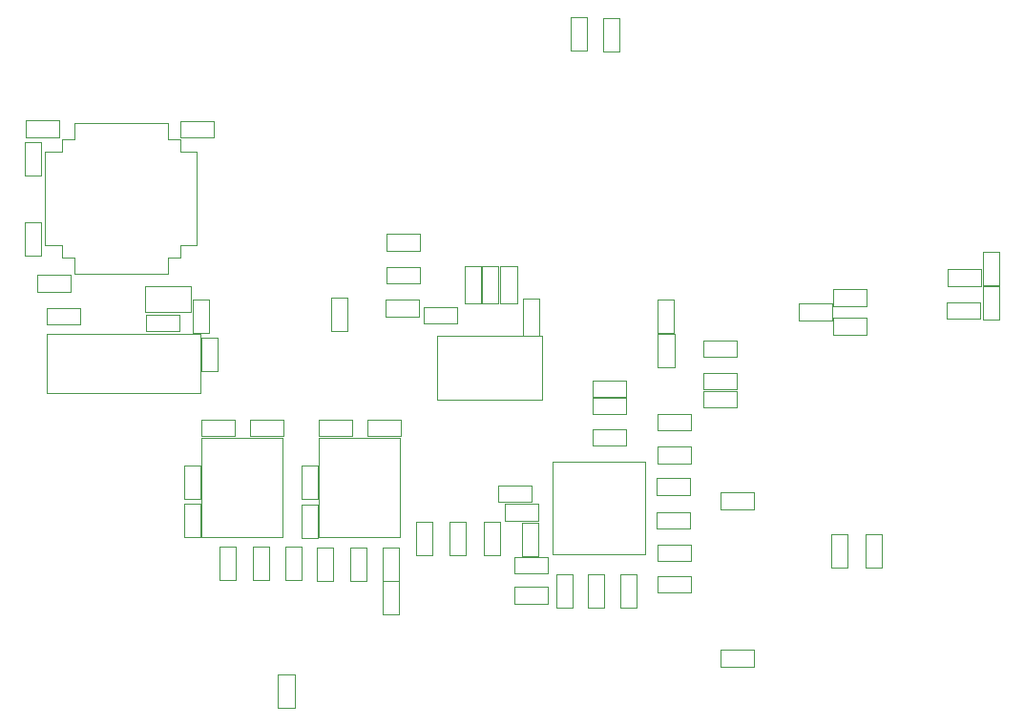
<source format=gbr>
G04 #@! TF.GenerationSoftware,KiCad,Pcbnew,(5.1.5)-3*
G04 #@! TF.CreationDate,2020-05-25T11:19:48-05:00*
G04 #@! TF.ProjectId,Delta_Robot,44656c74-615f-4526-9f62-6f742e6b6963,rev?*
G04 #@! TF.SameCoordinates,Original*
G04 #@! TF.FileFunction,Other,User*
%FSLAX46Y46*%
G04 Gerber Fmt 4.6, Leading zero omitted, Abs format (unit mm)*
G04 Created by KiCad (PCBNEW (5.1.5)-3) date 2020-05-25 11:19:48*
%MOMM*%
%LPD*%
G04 APERTURE LIST*
%ADD10C,0.050000*%
G04 APERTURE END LIST*
D10*
X141556000Y-92771000D02*
X141556000Y-98491000D01*
X141556000Y-98491000D02*
X132256000Y-98491000D01*
X132256000Y-98491000D02*
X132256000Y-92771000D01*
X132256000Y-92771000D02*
X141556000Y-92771000D01*
X110869999Y-80621999D02*
X110869999Y-84771999D01*
X110869999Y-84771999D02*
X109419999Y-84771999D01*
X109419999Y-84771999D02*
X109419999Y-85871999D01*
X109419999Y-85871999D02*
X108319999Y-85871999D01*
X108319999Y-85871999D02*
X108319999Y-87321999D01*
X108319999Y-87321999D02*
X104169999Y-87321999D01*
X110869999Y-80621999D02*
X110869999Y-76471999D01*
X110869999Y-76471999D02*
X109419999Y-76471999D01*
X109419999Y-76471999D02*
X109419999Y-75371999D01*
X109419999Y-75371999D02*
X108319999Y-75371999D01*
X108319999Y-75371999D02*
X108319999Y-73921999D01*
X108319999Y-73921999D02*
X104169999Y-73921999D01*
X97469999Y-80621999D02*
X97469999Y-84771999D01*
X97469999Y-84771999D02*
X98919999Y-84771999D01*
X98919999Y-84771999D02*
X98919999Y-85871999D01*
X98919999Y-85871999D02*
X100019999Y-85871999D01*
X100019999Y-85871999D02*
X100019999Y-87321999D01*
X100019999Y-87321999D02*
X104169999Y-87321999D01*
X97469999Y-80621999D02*
X97469999Y-76471999D01*
X97469999Y-76471999D02*
X98919999Y-76471999D01*
X98919999Y-76471999D02*
X98919999Y-75371999D01*
X98919999Y-75371999D02*
X100019999Y-75371999D01*
X100019999Y-75371999D02*
X100019999Y-73921999D01*
X100019999Y-73921999D02*
X104169999Y-73921999D01*
X118535000Y-101899000D02*
X118535000Y-110699000D01*
X111335000Y-101899000D02*
X118535000Y-101899000D01*
X111335000Y-110699000D02*
X111335000Y-101899000D01*
X118535000Y-110699000D02*
X111335000Y-110699000D01*
X128949000Y-101899000D02*
X128949000Y-110699000D01*
X121749000Y-101899000D02*
X128949000Y-101899000D01*
X121749000Y-110699000D02*
X121749000Y-101899000D01*
X128949000Y-110699000D02*
X121749000Y-110699000D01*
X137686800Y-86640400D02*
X136226800Y-86640400D01*
X136226800Y-86640400D02*
X136226800Y-89940400D01*
X136226800Y-89940400D02*
X137686800Y-89940400D01*
X137686800Y-89940400D02*
X137686800Y-86640400D01*
X139808200Y-89459800D02*
X139808200Y-92759800D01*
X141268200Y-89459800D02*
X139808200Y-89459800D01*
X141268200Y-92759800D02*
X141268200Y-89459800D01*
X139808200Y-92759800D02*
X141268200Y-92759800D01*
X139312400Y-86640400D02*
X137852400Y-86640400D01*
X137852400Y-86640400D02*
X137852400Y-89940400D01*
X137852400Y-89940400D02*
X139312400Y-89940400D01*
X139312400Y-89940400D02*
X139312400Y-86640400D01*
X136112000Y-89915000D02*
X136112000Y-86615000D01*
X134652000Y-89915000D02*
X136112000Y-89915000D01*
X134652000Y-86615000D02*
X134652000Y-89915000D01*
X136112000Y-86615000D02*
X134652000Y-86615000D01*
X142448000Y-103967000D02*
X142448000Y-112187000D01*
X150668000Y-103967000D02*
X142448000Y-103967000D01*
X150668000Y-112187000D02*
X150668000Y-103967000D01*
X142448000Y-112187000D02*
X150668000Y-112187000D01*
X109760000Y-107245500D02*
X111220000Y-107245500D01*
X111220000Y-107245500D02*
X111220000Y-104285500D01*
X111220000Y-104285500D02*
X109760000Y-104285500D01*
X109760000Y-104285500D02*
X109760000Y-107245500D01*
X120174000Y-107245500D02*
X121634000Y-107245500D01*
X121634000Y-107245500D02*
X121634000Y-104285500D01*
X121634000Y-104285500D02*
X120174000Y-104285500D01*
X120174000Y-104285500D02*
X120174000Y-107245500D01*
X111296000Y-101695000D02*
X114256000Y-101695000D01*
X111296000Y-100235000D02*
X111296000Y-101695000D01*
X114256000Y-100235000D02*
X111296000Y-100235000D01*
X114256000Y-101695000D02*
X114256000Y-100235000D01*
X126028000Y-100235000D02*
X126028000Y-101695000D01*
X126028000Y-101695000D02*
X128988000Y-101695000D01*
X128988000Y-101695000D02*
X128988000Y-100235000D01*
X128988000Y-100235000D02*
X126028000Y-100235000D01*
X115614000Y-100235000D02*
X115614000Y-101695000D01*
X115614000Y-101695000D02*
X118574000Y-101695000D01*
X118574000Y-101695000D02*
X118574000Y-100235000D01*
X118574000Y-100235000D02*
X115614000Y-100235000D01*
X124670000Y-101695000D02*
X124670000Y-100235000D01*
X124670000Y-100235000D02*
X121710000Y-100235000D01*
X121710000Y-100235000D02*
X121710000Y-101695000D01*
X121710000Y-101695000D02*
X124670000Y-101695000D01*
X114395000Y-111524500D02*
X112935000Y-111524500D01*
X112935000Y-111524500D02*
X112935000Y-114484500D01*
X112935000Y-114484500D02*
X114395000Y-114484500D01*
X114395000Y-114484500D02*
X114395000Y-111524500D01*
X121571000Y-111575500D02*
X121571000Y-114535500D01*
X123031000Y-111575500D02*
X121571000Y-111575500D01*
X123031000Y-114535500D02*
X123031000Y-111575500D01*
X121571000Y-114535500D02*
X123031000Y-114535500D01*
X117316000Y-111524500D02*
X115856000Y-111524500D01*
X115856000Y-111524500D02*
X115856000Y-114484500D01*
X115856000Y-114484500D02*
X117316000Y-114484500D01*
X117316000Y-114484500D02*
X117316000Y-111524500D01*
X124492000Y-114535500D02*
X125952000Y-114535500D01*
X125952000Y-114535500D02*
X125952000Y-111575500D01*
X125952000Y-111575500D02*
X124492000Y-111575500D01*
X124492000Y-111575500D02*
X124492000Y-114535500D01*
X120237000Y-114484500D02*
X120237000Y-111524500D01*
X118777000Y-114484500D02*
X120237000Y-114484500D01*
X118777000Y-111524500D02*
X118777000Y-114484500D01*
X120237000Y-111524500D02*
X118777000Y-111524500D01*
X127413000Y-111575500D02*
X127413000Y-114535500D01*
X128873000Y-111575500D02*
X127413000Y-111575500D01*
X128873000Y-114535500D02*
X128873000Y-111575500D01*
X127413000Y-114535500D02*
X128873000Y-114535500D01*
X131057200Y-91738200D02*
X134017200Y-91738200D01*
X131057200Y-90278200D02*
X131057200Y-91738200D01*
X134017200Y-90278200D02*
X131057200Y-90278200D01*
X134017200Y-91738200D02*
X134017200Y-90278200D01*
X148495000Y-113963000D02*
X148495000Y-116923000D01*
X149955000Y-113963000D02*
X148495000Y-113963000D01*
X149955000Y-116923000D02*
X149955000Y-113963000D01*
X148495000Y-116923000D02*
X149955000Y-116923000D01*
X154667400Y-109899200D02*
X154667400Y-108439200D01*
X154667400Y-108439200D02*
X151707400Y-108439200D01*
X151707400Y-108439200D02*
X151707400Y-109899200D01*
X151707400Y-109899200D02*
X154667400Y-109899200D01*
X149003200Y-101098600D02*
X146043200Y-101098600D01*
X149003200Y-102558600D02*
X149003200Y-101098600D01*
X146043200Y-102558600D02*
X149003200Y-102558600D01*
X146043200Y-101098600D02*
X146043200Y-102558600D01*
X130384800Y-112300300D02*
X131844800Y-112300300D01*
X131844800Y-112300300D02*
X131844800Y-109340300D01*
X131844800Y-109340300D02*
X130384800Y-109340300D01*
X130384800Y-109340300D02*
X130384800Y-112300300D01*
X145574000Y-113963000D02*
X145574000Y-116923000D01*
X147034000Y-113963000D02*
X145574000Y-113963000D01*
X147034000Y-116923000D02*
X147034000Y-113963000D01*
X145574000Y-116923000D02*
X147034000Y-116923000D01*
X151809000Y-112820200D02*
X154769000Y-112820200D01*
X151809000Y-111360200D02*
X151809000Y-112820200D01*
X154769000Y-111360200D02*
X151809000Y-111360200D01*
X154769000Y-112820200D02*
X154769000Y-111360200D01*
X151783500Y-102648000D02*
X151783500Y-104108000D01*
X151783500Y-104108000D02*
X154743500Y-104108000D01*
X154743500Y-104108000D02*
X154743500Y-102648000D01*
X154743500Y-102648000D02*
X151783500Y-102648000D01*
X111284000Y-95942500D02*
X112744000Y-95942500D01*
X112744000Y-95942500D02*
X112744000Y-92982500D01*
X112744000Y-92982500D02*
X111284000Y-92982500D01*
X111284000Y-92982500D02*
X111284000Y-95942500D01*
X97580000Y-91789000D02*
X100540000Y-91789000D01*
X97580000Y-90329000D02*
X97580000Y-91789000D01*
X100540000Y-90329000D02*
X97580000Y-90329000D01*
X100540000Y-91789000D02*
X100540000Y-90329000D01*
X95663000Y-78569000D02*
X97123000Y-78569000D01*
X97123000Y-78569000D02*
X97123000Y-75609000D01*
X97123000Y-75609000D02*
X95663000Y-75609000D01*
X95663000Y-75609000D02*
X95663000Y-78569000D01*
X109492700Y-73742800D02*
X109492700Y-75202800D01*
X109492700Y-75202800D02*
X112452700Y-75202800D01*
X112452700Y-75202800D02*
X112452700Y-73742800D01*
X112452700Y-73742800D02*
X109492700Y-73742800D01*
X95700400Y-75152000D02*
X98660400Y-75152000D01*
X95700400Y-73692000D02*
X95700400Y-75152000D01*
X98660400Y-73692000D02*
X95700400Y-73692000D01*
X98660400Y-75152000D02*
X98660400Y-73692000D01*
X146928999Y-64602199D02*
X146928999Y-67562199D01*
X148388999Y-64602199D02*
X146928999Y-64602199D01*
X148388999Y-67562199D02*
X148388999Y-64602199D01*
X146928999Y-67562199D02*
X148388999Y-67562199D01*
X144050000Y-64534700D02*
X144050000Y-67494700D01*
X145510000Y-64534700D02*
X144050000Y-64534700D01*
X145510000Y-67494700D02*
X145510000Y-64534700D01*
X144050000Y-67494700D02*
X145510000Y-67494700D01*
X146017700Y-98279200D02*
X146017700Y-99739200D01*
X146017700Y-99739200D02*
X148977700Y-99739200D01*
X148977700Y-99739200D02*
X148977700Y-98279200D01*
X148977700Y-98279200D02*
X146017700Y-98279200D01*
X133305800Y-109340300D02*
X133305800Y-112300300D01*
X134765800Y-109340300D02*
X133305800Y-109340300D01*
X134765800Y-112300300D02*
X134765800Y-109340300D01*
X133305800Y-112300300D02*
X134765800Y-112300300D01*
X142780000Y-116897500D02*
X144240000Y-116897500D01*
X144240000Y-116897500D02*
X144240000Y-113937500D01*
X144240000Y-113937500D02*
X142780000Y-113937500D01*
X142780000Y-113937500D02*
X142780000Y-116897500D01*
X154769000Y-115614200D02*
X154769000Y-114154200D01*
X154769000Y-114154200D02*
X151809000Y-114154200D01*
X151809000Y-114154200D02*
X151809000Y-115614200D01*
X151809000Y-115614200D02*
X154769000Y-115614200D01*
X154743600Y-99752400D02*
X151783600Y-99752400D01*
X154743600Y-101212400D02*
X154743600Y-99752400D01*
X151783600Y-101212400D02*
X154743600Y-101212400D01*
X151783600Y-99752400D02*
X151783600Y-101212400D01*
X148977800Y-96755200D02*
X146017800Y-96755200D01*
X148977800Y-98215200D02*
X148977800Y-96755200D01*
X146017800Y-98215200D02*
X148977800Y-98215200D01*
X146017800Y-96755200D02*
X146017800Y-98215200D01*
X136353800Y-112300300D02*
X137813800Y-112300300D01*
X137813800Y-112300300D02*
X137813800Y-109340300D01*
X137813800Y-109340300D02*
X136353800Y-109340300D01*
X136353800Y-109340300D02*
X136353800Y-112300300D01*
X155822200Y-97580200D02*
X158782200Y-97580200D01*
X155822200Y-96120200D02*
X155822200Y-97580200D01*
X158782200Y-96120200D02*
X155822200Y-96120200D01*
X158782200Y-97580200D02*
X158782200Y-96120200D01*
X111220000Y-107714500D02*
X109760000Y-107714500D01*
X109760000Y-107714500D02*
X109760000Y-110674500D01*
X109760000Y-110674500D02*
X111220000Y-110674500D01*
X111220000Y-110674500D02*
X111220000Y-107714500D01*
X121634000Y-107765500D02*
X120174000Y-107765500D01*
X120174000Y-107765500D02*
X120174000Y-110725500D01*
X120174000Y-110725500D02*
X121634000Y-110725500D01*
X121634000Y-110725500D02*
X121634000Y-107765500D01*
X118116600Y-122827600D02*
X118116600Y-125787600D01*
X119576600Y-122827600D02*
X118116600Y-122827600D01*
X119576600Y-125787600D02*
X119576600Y-122827600D01*
X118116600Y-125787600D02*
X119576600Y-125787600D01*
X128873000Y-114598000D02*
X127413000Y-114598000D01*
X127413000Y-114598000D02*
X127413000Y-117558000D01*
X127413000Y-117558000D02*
X128873000Y-117558000D01*
X128873000Y-117558000D02*
X128873000Y-114598000D01*
X124301000Y-89426600D02*
X122841000Y-89426600D01*
X122841000Y-89426600D02*
X122841000Y-92386600D01*
X122841000Y-92386600D02*
X124301000Y-92386600D01*
X124301000Y-92386600D02*
X124301000Y-89426600D01*
X127704500Y-83775800D02*
X127704500Y-85235800D01*
X127704500Y-85235800D02*
X130664500Y-85235800D01*
X130664500Y-85235800D02*
X130664500Y-83775800D01*
X130664500Y-83775800D02*
X127704500Y-83775800D01*
X127704500Y-86696800D02*
X127704500Y-88156800D01*
X127704500Y-88156800D02*
X130664500Y-88156800D01*
X130664500Y-88156800D02*
X130664500Y-86696800D01*
X130664500Y-86696800D02*
X127704500Y-86696800D01*
X130639000Y-89617800D02*
X127679000Y-89617800D01*
X130639000Y-91077800D02*
X130639000Y-89617800D01*
X127679000Y-91077800D02*
X130639000Y-91077800D01*
X127679000Y-89617800D02*
X127679000Y-91077800D01*
X160357000Y-122142000D02*
X160357000Y-120682000D01*
X160357000Y-120682000D02*
X157397000Y-120682000D01*
X157397000Y-120682000D02*
X157397000Y-122142000D01*
X157397000Y-122142000D02*
X160357000Y-122142000D01*
X171672000Y-113367000D02*
X171672000Y-110407000D01*
X170212000Y-113367000D02*
X171672000Y-113367000D01*
X170212000Y-110407000D02*
X170212000Y-113367000D01*
X171672000Y-110407000D02*
X170212000Y-110407000D01*
X160357000Y-108172000D02*
X160357000Y-106712000D01*
X160357000Y-106712000D02*
X157397000Y-106712000D01*
X157397000Y-106712000D02*
X157397000Y-108172000D01*
X157397000Y-108172000D02*
X160357000Y-108172000D01*
X167164000Y-110407000D02*
X167164000Y-113367000D01*
X168624000Y-110407000D02*
X167164000Y-110407000D01*
X168624000Y-113367000D02*
X168624000Y-110407000D01*
X167164000Y-113367000D02*
X168624000Y-113367000D01*
X155822200Y-97695000D02*
X155822200Y-99155000D01*
X155822200Y-99155000D02*
X158782200Y-99155000D01*
X158782200Y-99155000D02*
X158782200Y-97695000D01*
X158782200Y-97695000D02*
X155822200Y-97695000D01*
X142043600Y-116554000D02*
X142043600Y-115094000D01*
X142043600Y-115094000D02*
X139083600Y-115094000D01*
X139083600Y-115094000D02*
X139083600Y-116554000D01*
X139083600Y-116554000D02*
X142043600Y-116554000D01*
X155847600Y-93224600D02*
X155847600Y-94684600D01*
X155847600Y-94684600D02*
X158807600Y-94684600D01*
X158807600Y-94684600D02*
X158807600Y-93224600D01*
X158807600Y-93224600D02*
X155847600Y-93224600D01*
X139083600Y-113887000D02*
X142043600Y-113887000D01*
X139083600Y-112427000D02*
X139083600Y-113887000D01*
X142043600Y-112427000D02*
X139083600Y-112427000D01*
X142043600Y-113887000D02*
X142043600Y-112427000D01*
X151707400Y-105442000D02*
X151707400Y-106902000D01*
X151707400Y-106902000D02*
X154667400Y-106902000D01*
X154667400Y-106902000D02*
X154667400Y-105442000D01*
X154667400Y-105442000D02*
X151707400Y-105442000D01*
X180626000Y-91345200D02*
X182086000Y-91345200D01*
X182086000Y-91345200D02*
X182086000Y-88385200D01*
X182086000Y-88385200D02*
X180626000Y-88385200D01*
X180626000Y-88385200D02*
X180626000Y-91345200D01*
X164356600Y-91408000D02*
X167316600Y-91408000D01*
X164356600Y-89948000D02*
X164356600Y-91408000D01*
X167316600Y-89948000D02*
X164356600Y-89948000D01*
X167316600Y-91408000D02*
X167316600Y-89948000D01*
X177437500Y-89821000D02*
X177437500Y-91281000D01*
X177437500Y-91281000D02*
X180397500Y-91281000D01*
X180397500Y-91281000D02*
X180397500Y-89821000D01*
X180397500Y-89821000D02*
X177437500Y-89821000D01*
X180626000Y-88297200D02*
X182086000Y-88297200D01*
X182086000Y-88297200D02*
X182086000Y-85337200D01*
X182086000Y-85337200D02*
X180626000Y-85337200D01*
X180626000Y-85337200D02*
X180626000Y-88297200D01*
X170364500Y-92678000D02*
X170364500Y-91218000D01*
X170364500Y-91218000D02*
X167404500Y-91218000D01*
X167404500Y-91218000D02*
X167404500Y-92678000D01*
X167404500Y-92678000D02*
X170364500Y-92678000D01*
X177488500Y-88360000D02*
X180448500Y-88360000D01*
X177488500Y-86900000D02*
X177488500Y-88360000D01*
X180448500Y-86900000D02*
X177488500Y-86900000D01*
X180448500Y-88360000D02*
X180448500Y-86900000D01*
X167404500Y-90138000D02*
X170364500Y-90138000D01*
X167404500Y-88678000D02*
X167404500Y-90138000D01*
X170364500Y-88678000D02*
X167404500Y-88678000D01*
X170364500Y-90138000D02*
X170364500Y-88678000D01*
X111194000Y-92650000D02*
X111194000Y-97850000D01*
X111194000Y-97850000D02*
X97594000Y-97850000D01*
X97594000Y-97850000D02*
X97594000Y-92650000D01*
X97594000Y-92650000D02*
X111194000Y-92650000D01*
X111982000Y-89604400D02*
X110522000Y-89604400D01*
X110522000Y-89604400D02*
X110522000Y-92564400D01*
X110522000Y-92564400D02*
X111982000Y-92564400D01*
X111982000Y-92564400D02*
X111982000Y-89604400D01*
X109328400Y-90913200D02*
X106368400Y-90913200D01*
X109328400Y-92373200D02*
X109328400Y-90913200D01*
X106368400Y-92373200D02*
X109328400Y-92373200D01*
X106368400Y-90913200D02*
X106368400Y-92373200D01*
X97097600Y-82720900D02*
X95637600Y-82720900D01*
X95637600Y-82720900D02*
X95637600Y-85680900D01*
X95637600Y-85680900D02*
X97097600Y-85680900D01*
X97097600Y-85680900D02*
X97097600Y-82720900D01*
X96792500Y-87408000D02*
X96792500Y-88868000D01*
X96792500Y-88868000D02*
X99752500Y-88868000D01*
X99752500Y-88868000D02*
X99752500Y-87408000D01*
X99752500Y-87408000D02*
X96792500Y-87408000D01*
X106356400Y-90710400D02*
X110356400Y-90710400D01*
X106356400Y-88410400D02*
X110356400Y-88410400D01*
X106356400Y-90710400D02*
X106356400Y-88410400D01*
X110356400Y-90710400D02*
X110356400Y-88410400D01*
X141180000Y-107728000D02*
X138220000Y-107728000D01*
X141180000Y-109188000D02*
X141180000Y-107728000D01*
X138220000Y-109188000D02*
X141180000Y-109188000D01*
X138220000Y-107728000D02*
X138220000Y-109188000D01*
X141242800Y-109365600D02*
X139782800Y-109365600D01*
X139782800Y-109365600D02*
X139782800Y-112325600D01*
X139782800Y-112325600D02*
X141242800Y-112325600D01*
X141242800Y-112325600D02*
X141242800Y-109365600D01*
X153282400Y-92601600D02*
X151822400Y-92601600D01*
X151822400Y-92601600D02*
X151822400Y-95561600D01*
X151822400Y-95561600D02*
X153282400Y-95561600D01*
X153282400Y-95561600D02*
X153282400Y-92601600D01*
X153257000Y-92564400D02*
X153257000Y-89604400D01*
X151797000Y-92564400D02*
X153257000Y-92564400D01*
X151797000Y-89604400D02*
X151797000Y-92564400D01*
X153257000Y-89604400D02*
X151797000Y-89604400D01*
X137661200Y-106102400D02*
X137661200Y-107562400D01*
X137661200Y-107562400D02*
X140621200Y-107562400D01*
X140621200Y-107562400D02*
X140621200Y-106102400D01*
X140621200Y-106102400D02*
X137661200Y-106102400D01*
M02*

</source>
